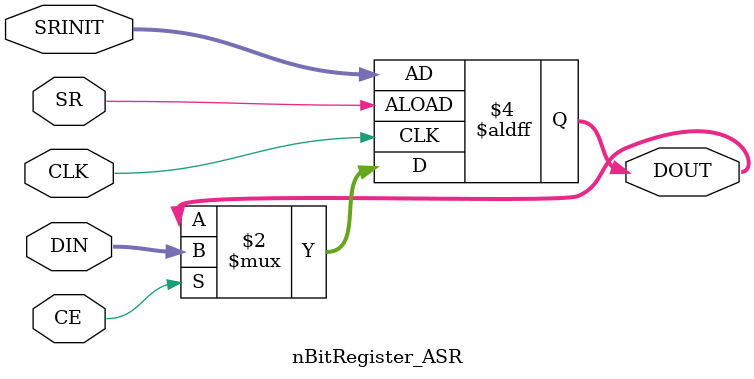
<source format=sv>
`timescale 1ns / 1ps


module nBitRegister_ASR #(parameter int SIZE = 8)(
    input CLK,  //Module Clock 
    input reg [SIZE-1 : 0] DIN,    //DIN array input
    input CE,   // Chip Enable
    input SR,   //Active High Asynchronous Reset
    input reg [SIZE-1 : 0] SRINIT,   //Initial array Value
    output reg [SIZE-1 : 0] DOUT    //DOUT array
    );
    
    always @(posedge CLK or posedge SR) begin
        if (SR) begin
            DOUT <= SRINIT;
        end
        else if (CE) begin 
            DOUT <= DIN;      
        end
    end
    
endmodule

</source>
